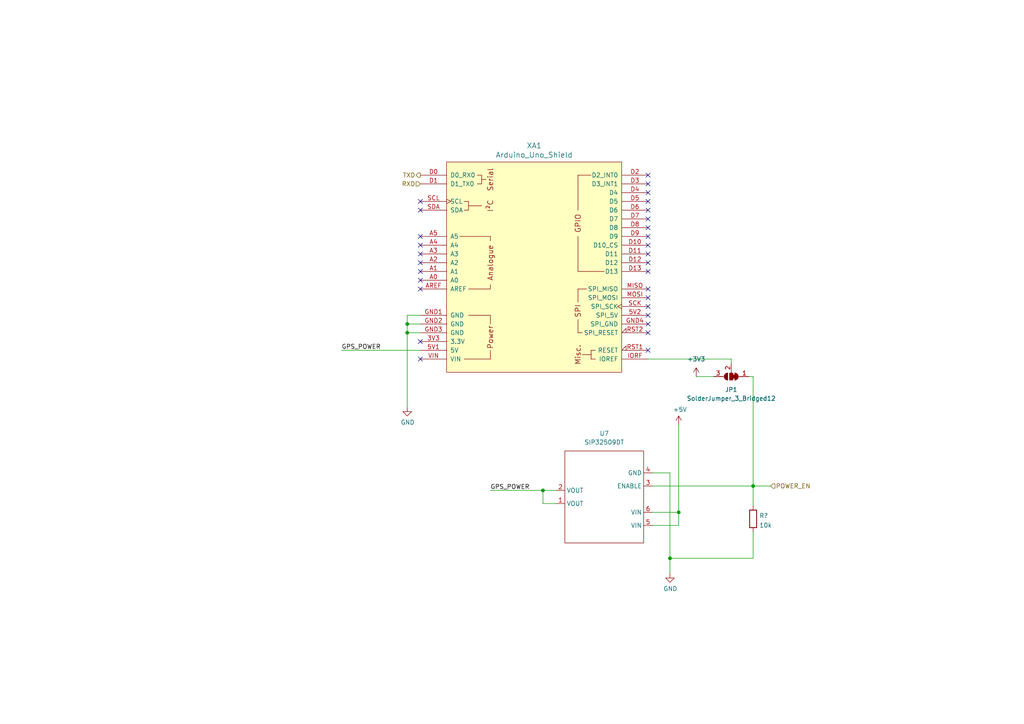
<source format=kicad_sch>
(kicad_sch (version 20211123) (generator eeschema)

  (uuid 2cd3975a-2259-4fa9-8133-e1586b9b9618)

  (paper "A4")

  (lib_symbols
    (symbol "Device:R" (pin_numbers hide) (pin_names (offset 0)) (in_bom yes) (on_board yes)
      (property "Reference" "R" (id 0) (at 2.032 0 90)
        (effects (font (size 1.27 1.27)))
      )
      (property "Value" "R" (id 1) (at 0 0 90)
        (effects (font (size 1.27 1.27)))
      )
      (property "Footprint" "" (id 2) (at -1.778 0 90)
        (effects (font (size 1.27 1.27)) hide)
      )
      (property "Datasheet" "~" (id 3) (at 0 0 0)
        (effects (font (size 1.27 1.27)) hide)
      )
      (property "ki_keywords" "R res resistor" (id 4) (at 0 0 0)
        (effects (font (size 1.27 1.27)) hide)
      )
      (property "ki_description" "Resistor" (id 5) (at 0 0 0)
        (effects (font (size 1.27 1.27)) hide)
      )
      (property "ki_fp_filters" "R_*" (id 6) (at 0 0 0)
        (effects (font (size 1.27 1.27)) hide)
      )
      (symbol "R_0_1"
        (rectangle (start -1.016 -2.54) (end 1.016 2.54)
          (stroke (width 0.254) (type default) (color 0 0 0 0))
          (fill (type none))
        )
      )
      (symbol "R_1_1"
        (pin passive line (at 0 3.81 270) (length 1.27)
          (name "~" (effects (font (size 1.27 1.27))))
          (number "1" (effects (font (size 1.27 1.27))))
        )
        (pin passive line (at 0 -3.81 90) (length 1.27)
          (name "~" (effects (font (size 1.27 1.27))))
          (number "2" (effects (font (size 1.27 1.27))))
        )
      )
    )
    (symbol "Jumper:SolderJumper_3_Bridged12" (pin_names (offset 0) hide) (in_bom yes) (on_board yes)
      (property "Reference" "JP" (id 0) (at -2.54 -2.54 0)
        (effects (font (size 1.27 1.27)))
      )
      (property "Value" "SolderJumper_3_Bridged12" (id 1) (at 0 2.794 0)
        (effects (font (size 1.27 1.27)))
      )
      (property "Footprint" "" (id 2) (at 0 0 0)
        (effects (font (size 1.27 1.27)) hide)
      )
      (property "Datasheet" "~" (id 3) (at 0 0 0)
        (effects (font (size 1.27 1.27)) hide)
      )
      (property "ki_keywords" "Solder Jumper SPDT" (id 4) (at 0 0 0)
        (effects (font (size 1.27 1.27)) hide)
      )
      (property "ki_description" "3-pole Solder Jumper, pins 1+2 closed/bridged" (id 5) (at 0 0 0)
        (effects (font (size 1.27 1.27)) hide)
      )
      (property "ki_fp_filters" "SolderJumper*Bridged12*" (id 6) (at 0 0 0)
        (effects (font (size 1.27 1.27)) hide)
      )
      (symbol "SolderJumper_3_Bridged12_0_1"
        (rectangle (start -1.016 0.508) (end -0.508 -0.508)
          (stroke (width 0) (type default) (color 0 0 0 0))
          (fill (type outline))
        )
        (arc (start -1.016 1.016) (mid -2.032 0) (end -1.016 -1.016)
          (stroke (width 0) (type default) (color 0 0 0 0))
          (fill (type none))
        )
        (arc (start -1.016 1.016) (mid -2.032 0) (end -1.016 -1.016)
          (stroke (width 0) (type default) (color 0 0 0 0))
          (fill (type outline))
        )
        (rectangle (start -0.508 1.016) (end 0.508 -1.016)
          (stroke (width 0) (type default) (color 0 0 0 0))
          (fill (type outline))
        )
        (polyline
          (pts
            (xy -2.54 0)
            (xy -2.032 0)
          )
          (stroke (width 0) (type default) (color 0 0 0 0))
          (fill (type none))
        )
        (polyline
          (pts
            (xy -1.016 1.016)
            (xy -1.016 -1.016)
          )
          (stroke (width 0) (type default) (color 0 0 0 0))
          (fill (type none))
        )
        (polyline
          (pts
            (xy 0 -1.27)
            (xy 0 -1.016)
          )
          (stroke (width 0) (type default) (color 0 0 0 0))
          (fill (type none))
        )
        (polyline
          (pts
            (xy 1.016 1.016)
            (xy 1.016 -1.016)
          )
          (stroke (width 0) (type default) (color 0 0 0 0))
          (fill (type none))
        )
        (polyline
          (pts
            (xy 2.54 0)
            (xy 2.032 0)
          )
          (stroke (width 0) (type default) (color 0 0 0 0))
          (fill (type none))
        )
        (arc (start 1.016 -1.016) (mid 2.032 0) (end 1.016 1.016)
          (stroke (width 0) (type default) (color 0 0 0 0))
          (fill (type none))
        )
        (arc (start 1.016 -1.016) (mid 2.032 0) (end 1.016 1.016)
          (stroke (width 0) (type default) (color 0 0 0 0))
          (fill (type outline))
        )
      )
      (symbol "SolderJumper_3_Bridged12_1_1"
        (pin passive line (at -5.08 0 0) (length 2.54)
          (name "A" (effects (font (size 1.27 1.27))))
          (number "1" (effects (font (size 1.27 1.27))))
        )
        (pin input line (at 0 -3.81 90) (length 2.54)
          (name "C" (effects (font (size 1.27 1.27))))
          (number "2" (effects (font (size 1.27 1.27))))
        )
        (pin passive line (at 5.08 0 180) (length 2.54)
          (name "B" (effects (font (size 1.27 1.27))))
          (number "3" (effects (font (size 1.27 1.27))))
        )
      )
    )
    (symbol "OpenMowerMainboardLib:SIP32509DT" (in_bom yes) (on_board yes)
      (property "Reference" "U" (id 0) (at 0 0 0)
        (effects (font (size 1.27 1.27)))
      )
      (property "Value" "SIP32509DT" (id 1) (at 0 0 0)
        (effects (font (size 1.27 1.27)))
      )
      (property "Footprint" "" (id 2) (at 0 0 0)
        (effects (font (size 1.27 1.27)) hide)
      )
      (property "Datasheet" "" (id 3) (at 0 0 0)
        (effects (font (size 1.27 1.27)) hide)
      )
      (symbol "SIP32509DT_0_1"
        (rectangle (start -22.86 40.64) (end 0 13.97)
          (stroke (width 0) (type default) (color 0 0 0 0))
          (fill (type none))
        )
      )
      (symbol "SIP32509DT_1_1"
        (pin power_out line (at 2.54 29.21 180) (length 2.54)
          (name "VOUT" (effects (font (size 1.27 1.27))))
          (number "1" (effects (font (size 1.27 1.27))))
        )
        (pin power_out line (at 2.54 25.4 180) (length 2.54)
          (name "VOUT" (effects (font (size 1.27 1.27))))
          (number "2" (effects (font (size 1.27 1.27))))
        )
        (pin input line (at -25.4 24.13 0) (length 2.54)
          (name "ENABLE" (effects (font (size 1.27 1.27))))
          (number "3" (effects (font (size 1.27 1.27))))
        )
        (pin input line (at -25.4 20.32 0) (length 2.54)
          (name "GND" (effects (font (size 1.27 1.27))))
          (number "4" (effects (font (size 1.27 1.27))))
        )
        (pin power_in line (at -25.4 35.56 0) (length 2.54)
          (name "VIN" (effects (font (size 1.27 1.27))))
          (number "5" (effects (font (size 1.27 1.27))))
        )
        (pin power_in line (at -25.4 31.75 0) (length 2.54)
          (name "VIN" (effects (font (size 1.27 1.27))))
          (number "6" (effects (font (size 1.27 1.27))))
        )
      )
    )
    (symbol "arduino:Arduino_Uno_Shield" (pin_names (offset 1.016)) (in_bom yes) (on_board yes)
      (property "Reference" "XA" (id 0) (at 2.54 0 90)
        (effects (font (size 1.524 1.524)))
      )
      (property "Value" "Arduino_Uno_Shield" (id 1) (at -2.54 0 90)
        (effects (font (size 1.524 1.524)))
      )
      (property "Footprint" "" (id 2) (at 45.72 95.25 0)
        (effects (font (size 1.524 1.524)) hide)
      )
      (property "Datasheet" "" (id 3) (at 45.72 95.25 0)
        (effects (font (size 1.524 1.524)) hide)
      )
      (property "ki_fp_filters" "Arduino_Uno_Shield" (id 4) (at 0 0 0)
        (effects (font (size 1.27 1.27)) hide)
      )
      (symbol "Arduino_Uno_Shield_0_0"
        (rectangle (start -25.4 30.48) (end 25.4 -30.48)
          (stroke (width 0) (type default) (color 0 0 0 0))
          (fill (type background))
        )
        (rectangle (start -20.32 -26.67) (end -12.7 -26.67)
          (stroke (width 0) (type default) (color 0 0 0 0))
          (fill (type none))
        )
        (rectangle (start -19.05 -13.97) (end -12.7 -13.97)
          (stroke (width 0) (type default) (color 0 0 0 0))
          (fill (type none))
        )
        (polyline
          (pts
            (xy -19.05 17.78)
            (xy -15.24 17.78)
          )
          (stroke (width 0) (type default) (color 0 0 0 0))
          (fill (type none))
        )
        (polyline
          (pts
            (xy -15.24 25.4)
            (xy -13.97 25.4)
          )
          (stroke (width 0) (type default) (color 0 0 0 0))
          (fill (type none))
        )
        (polyline
          (pts
            (xy -12.7 -26.67)
            (xy -12.7 -24.13)
          )
          (stroke (width 0) (type default) (color 0 0 0 0))
          (fill (type none))
        )
        (polyline
          (pts
            (xy -12.7 -15.24)
            (xy -12.7 -16.51)
          )
          (stroke (width 0) (type default) (color 0 0 0 0))
          (fill (type none))
        )
        (polyline
          (pts
            (xy -12.7 -13.97)
            (xy -12.7 -15.24)
          )
          (stroke (width 0) (type default) (color 0 0 0 0))
          (fill (type none))
        )
        (polyline
          (pts
            (xy -12.7 -5.08)
            (xy -12.7 -6.35)
            (xy -19.05 -6.35)
          )
          (stroke (width 0) (type default) (color 0 0 0 0))
          (fill (type none))
        )
        (polyline
          (pts
            (xy -12.7 7.62)
            (xy -12.7 8.89)
            (xy -21.59 8.89)
          )
          (stroke (width 0) (type default) (color 0 0 0 0))
          (fill (type none))
        )
        (polyline
          (pts
            (xy 12.7 8.89)
            (xy 12.7 -1.27)
            (xy 20.32 -1.27)
          )
          (stroke (width 0) (type default) (color 0 0 0 0))
          (fill (type none))
        )
        (polyline
          (pts
            (xy 12.7 16.51)
            (xy 12.7 26.67)
            (xy 16.51 26.67)
          )
          (stroke (width 0) (type default) (color 0 0 0 0))
          (fill (type none))
        )
        (polyline
          (pts
            (xy -20.32 19.05)
            (xy -19.05 19.05)
            (xy -19.05 16.51)
            (xy -20.32 16.51)
          )
          (stroke (width 0) (type default) (color 0 0 0 0))
          (fill (type none))
        )
        (polyline
          (pts
            (xy -16.51 26.67)
            (xy -15.24 26.67)
            (xy -15.24 24.13)
            (xy -16.51 24.13)
          )
          (stroke (width 0) (type default) (color 0 0 0 0))
          (fill (type none))
        )
        (rectangle (start 12.7 -19.05) (end 12.7 -15.24)
          (stroke (width 0) (type default) (color 0 0 0 0))
          (fill (type none))
        )
        (rectangle (start 12.7 -10.16) (end 12.7 -6.35)
          (stroke (width 0) (type default) (color 0 0 0 0))
          (fill (type none))
        )
        (rectangle (start 13.97 -19.05) (end 12.7 -19.05)
          (stroke (width 0) (type default) (color 0 0 0 0))
          (fill (type none))
        )
        (rectangle (start 15.24 -6.35) (end 12.7 -6.35)
          (stroke (width 0) (type default) (color 0 0 0 0))
          (fill (type none))
        )
        (rectangle (start 16.51 -25.4) (end 13.97 -25.4)
          (stroke (width 0) (type default) (color 0 0 0 0))
          (fill (type none))
        )
        (rectangle (start 16.51 -24.13) (end 16.51 -26.67)
          (stroke (width 0) (type default) (color 0 0 0 0))
          (fill (type none))
        )
        (rectangle (start 17.78 -26.67) (end 16.51 -26.67)
          (stroke (width 0) (type default) (color 0 0 0 0))
          (fill (type none))
        )
        (rectangle (start 17.78 -24.13) (end 16.51 -24.13)
          (stroke (width 0) (type default) (color 0 0 0 0))
          (fill (type none))
        )
        (text "Analogue" (at -12.7 1.27 900)
          (effects (font (size 1.524 1.524)))
        )
        (text "I²C" (at -12.7 17.78 900)
          (effects (font (size 1.524 1.524)))
        )
        (text "Misc." (at 12.7 -25.4 900)
          (effects (font (size 1.524 1.524)))
        )
        (text "Power" (at -12.7 -20.32 900)
          (effects (font (size 1.524 1.524)))
        )
        (text "Serial" (at -12.7 25.4 900)
          (effects (font (size 1.524 1.524)))
        )
        (text "SPI" (at 12.7 -12.7 900)
          (effects (font (size 1.524 1.524)))
        )
      )
      (symbol "Arduino_Uno_Shield_1_0"
        (text "GPIO" (at 12.7 12.7 900)
          (effects (font (size 1.524 1.524)))
        )
      )
      (symbol "Arduino_Uno_Shield_1_1"
        (pin power_in line (at -33.02 -21.59 0) (length 7.62)
          (name "3.3V" (effects (font (size 1.27 1.27))))
          (number "3V3" (effects (font (size 1.27 1.27))))
        )
        (pin power_in line (at -33.02 -24.13 0) (length 7.62)
          (name "5V" (effects (font (size 1.27 1.27))))
          (number "5V1" (effects (font (size 1.27 1.27))))
        )
        (pin power_in line (at 33.02 -13.97 180) (length 7.62)
          (name "SPI_5V" (effects (font (size 1.27 1.27))))
          (number "5V2" (effects (font (size 1.27 1.27))))
        )
        (pin bidirectional line (at -33.02 -3.81 0) (length 7.62)
          (name "A0" (effects (font (size 1.27 1.27))))
          (number "A0" (effects (font (size 1.27 1.27))))
        )
        (pin bidirectional line (at -33.02 -1.27 0) (length 7.62)
          (name "A1" (effects (font (size 1.27 1.27))))
          (number "A1" (effects (font (size 1.27 1.27))))
        )
        (pin bidirectional line (at -33.02 1.27 0) (length 7.62)
          (name "A2" (effects (font (size 1.27 1.27))))
          (number "A2" (effects (font (size 1.27 1.27))))
        )
        (pin bidirectional line (at -33.02 3.81 0) (length 7.62)
          (name "A3" (effects (font (size 1.27 1.27))))
          (number "A3" (effects (font (size 1.27 1.27))))
        )
        (pin bidirectional line (at -33.02 6.35 0) (length 7.62)
          (name "A4" (effects (font (size 1.27 1.27))))
          (number "A4" (effects (font (size 1.27 1.27))))
        )
        (pin bidirectional line (at -33.02 8.89 0) (length 7.62)
          (name "A5" (effects (font (size 1.27 1.27))))
          (number "A5" (effects (font (size 1.27 1.27))))
        )
        (pin input line (at -33.02 -6.35 0) (length 7.62)
          (name "AREF" (effects (font (size 1.27 1.27))))
          (number "AREF" (effects (font (size 1.27 1.27))))
        )
        (pin bidirectional line (at -33.02 26.67 0) (length 7.62)
          (name "D0_RX0" (effects (font (size 1.27 1.27))))
          (number "D0" (effects (font (size 1.27 1.27))))
        )
        (pin bidirectional line (at -33.02 24.13 0) (length 7.62)
          (name "D1_TX0" (effects (font (size 1.27 1.27))))
          (number "D1" (effects (font (size 1.27 1.27))))
        )
        (pin bidirectional line (at 33.02 6.35 180) (length 7.62)
          (name "D10_CS" (effects (font (size 1.27 1.27))))
          (number "D10" (effects (font (size 1.27 1.27))))
        )
        (pin bidirectional line (at 33.02 3.81 180) (length 7.62)
          (name "D11" (effects (font (size 1.27 1.27))))
          (number "D11" (effects (font (size 1.27 1.27))))
        )
        (pin bidirectional line (at 33.02 1.27 180) (length 7.62)
          (name "D12" (effects (font (size 1.27 1.27))))
          (number "D12" (effects (font (size 1.27 1.27))))
        )
        (pin bidirectional line (at 33.02 -1.27 180) (length 7.62)
          (name "D13" (effects (font (size 1.27 1.27))))
          (number "D13" (effects (font (size 1.27 1.27))))
        )
        (pin bidirectional line (at 33.02 26.67 180) (length 7.62)
          (name "D2_INT0" (effects (font (size 1.27 1.27))))
          (number "D2" (effects (font (size 1.27 1.27))))
        )
        (pin bidirectional line (at 33.02 24.13 180) (length 7.62)
          (name "D3_INT1" (effects (font (size 1.27 1.27))))
          (number "D3" (effects (font (size 1.27 1.27))))
        )
        (pin bidirectional line (at 33.02 21.59 180) (length 7.62)
          (name "D4" (effects (font (size 1.27 1.27))))
          (number "D4" (effects (font (size 1.27 1.27))))
        )
        (pin bidirectional line (at 33.02 19.05 180) (length 7.62)
          (name "D5" (effects (font (size 1.27 1.27))))
          (number "D5" (effects (font (size 1.27 1.27))))
        )
        (pin bidirectional line (at 33.02 16.51 180) (length 7.62)
          (name "D6" (effects (font (size 1.27 1.27))))
          (number "D6" (effects (font (size 1.27 1.27))))
        )
        (pin bidirectional line (at 33.02 13.97 180) (length 7.62)
          (name "D7" (effects (font (size 1.27 1.27))))
          (number "D7" (effects (font (size 1.27 1.27))))
        )
        (pin bidirectional line (at 33.02 11.43 180) (length 7.62)
          (name "D8" (effects (font (size 1.27 1.27))))
          (number "D8" (effects (font (size 1.27 1.27))))
        )
        (pin bidirectional line (at 33.02 8.89 180) (length 7.62)
          (name "D9" (effects (font (size 1.27 1.27))))
          (number "D9" (effects (font (size 1.27 1.27))))
        )
        (pin power_in line (at -33.02 -13.97 0) (length 7.62)
          (name "GND" (effects (font (size 1.27 1.27))))
          (number "GND1" (effects (font (size 1.27 1.27))))
        )
        (pin power_in line (at -33.02 -16.51 0) (length 7.62)
          (name "GND" (effects (font (size 1.27 1.27))))
          (number "GND2" (effects (font (size 1.27 1.27))))
        )
        (pin power_in line (at -33.02 -19.05 0) (length 7.62)
          (name "GND" (effects (font (size 1.27 1.27))))
          (number "GND3" (effects (font (size 1.27 1.27))))
        )
        (pin power_in line (at 33.02 -16.51 180) (length 7.62)
          (name "SPI_GND" (effects (font (size 1.27 1.27))))
          (number "GND4" (effects (font (size 1.27 1.27))))
        )
        (pin output line (at 33.02 -26.67 180) (length 7.62)
          (name "IOREF" (effects (font (size 1.27 1.27))))
          (number "IORF" (effects (font (size 1.27 1.27))))
        )
        (pin input line (at 33.02 -6.35 180) (length 7.62)
          (name "SPI_MISO" (effects (font (size 1.27 1.27))))
          (number "MISO" (effects (font (size 1.27 1.27))))
        )
        (pin output line (at 33.02 -8.89 180) (length 7.62)
          (name "SPI_MOSI" (effects (font (size 1.27 1.27))))
          (number "MOSI" (effects (font (size 1.27 1.27))))
        )
        (pin open_collector input_low (at 33.02 -24.13 180) (length 7.62)
          (name "RESET" (effects (font (size 1.27 1.27))))
          (number "RST1" (effects (font (size 1.27 1.27))))
        )
        (pin open_collector input_low (at 33.02 -19.05 180) (length 7.62)
          (name "SPI_RESET" (effects (font (size 1.27 1.27))))
          (number "RST2" (effects (font (size 1.27 1.27))))
        )
        (pin output clock (at 33.02 -11.43 180) (length 7.62)
          (name "SPI_SCK" (effects (font (size 1.27 1.27))))
          (number "SCK" (effects (font (size 1.27 1.27))))
        )
        (pin bidirectional clock (at -33.02 19.05 0) (length 7.62)
          (name "SCL" (effects (font (size 1.27 1.27))))
          (number "SCL" (effects (font (size 1.27 1.27))))
        )
        (pin bidirectional line (at -33.02 16.51 0) (length 7.62)
          (name "SDA" (effects (font (size 1.27 1.27))))
          (number "SDA" (effects (font (size 1.27 1.27))))
        )
        (pin power_in line (at -33.02 -26.67 0) (length 7.62)
          (name "VIN" (effects (font (size 1.27 1.27))))
          (number "VIN" (effects (font (size 1.27 1.27))))
        )
      )
    )
    (symbol "power:+3.3V" (power) (pin_names (offset 0)) (in_bom yes) (on_board yes)
      (property "Reference" "#PWR" (id 0) (at 0 -3.81 0)
        (effects (font (size 1.27 1.27)) hide)
      )
      (property "Value" "+3.3V" (id 1) (at 0 3.556 0)
        (effects (font (size 1.27 1.27)))
      )
      (property "Footprint" "" (id 2) (at 0 0 0)
        (effects (font (size 1.27 1.27)) hide)
      )
      (property "Datasheet" "" (id 3) (at 0 0 0)
        (effects (font (size 1.27 1.27)) hide)
      )
      (property "ki_keywords" "power-flag" (id 4) (at 0 0 0)
        (effects (font (size 1.27 1.27)) hide)
      )
      (property "ki_description" "Power symbol creates a global label with name \"+3.3V\"" (id 5) (at 0 0 0)
        (effects (font (size 1.27 1.27)) hide)
      )
      (symbol "+3.3V_0_1"
        (polyline
          (pts
            (xy -0.762 1.27)
            (xy 0 2.54)
          )
          (stroke (width 0) (type default) (color 0 0 0 0))
          (fill (type none))
        )
        (polyline
          (pts
            (xy 0 0)
            (xy 0 2.54)
          )
          (stroke (width 0) (type default) (color 0 0 0 0))
          (fill (type none))
        )
        (polyline
          (pts
            (xy 0 2.54)
            (xy 0.762 1.27)
          )
          (stroke (width 0) (type default) (color 0 0 0 0))
          (fill (type none))
        )
      )
      (symbol "+3.3V_1_1"
        (pin power_in line (at 0 0 90) (length 0) hide
          (name "+3V3" (effects (font (size 1.27 1.27))))
          (number "1" (effects (font (size 1.27 1.27))))
        )
      )
    )
    (symbol "power:+5V" (power) (pin_names (offset 0)) (in_bom yes) (on_board yes)
      (property "Reference" "#PWR" (id 0) (at 0 -3.81 0)
        (effects (font (size 1.27 1.27)) hide)
      )
      (property "Value" "+5V" (id 1) (at 0 3.556 0)
        (effects (font (size 1.27 1.27)))
      )
      (property "Footprint" "" (id 2) (at 0 0 0)
        (effects (font (size 1.27 1.27)) hide)
      )
      (property "Datasheet" "" (id 3) (at 0 0 0)
        (effects (font (size 1.27 1.27)) hide)
      )
      (property "ki_keywords" "power-flag" (id 4) (at 0 0 0)
        (effects (font (size 1.27 1.27)) hide)
      )
      (property "ki_description" "Power symbol creates a global label with name \"+5V\"" (id 5) (at 0 0 0)
        (effects (font (size 1.27 1.27)) hide)
      )
      (symbol "+5V_0_1"
        (polyline
          (pts
            (xy -0.762 1.27)
            (xy 0 2.54)
          )
          (stroke (width 0) (type default) (color 0 0 0 0))
          (fill (type none))
        )
        (polyline
          (pts
            (xy 0 0)
            (xy 0 2.54)
          )
          (stroke (width 0) (type default) (color 0 0 0 0))
          (fill (type none))
        )
        (polyline
          (pts
            (xy 0 2.54)
            (xy 0.762 1.27)
          )
          (stroke (width 0) (type default) (color 0 0 0 0))
          (fill (type none))
        )
      )
      (symbol "+5V_1_1"
        (pin power_in line (at 0 0 90) (length 0) hide
          (name "+5V" (effects (font (size 1.27 1.27))))
          (number "1" (effects (font (size 1.27 1.27))))
        )
      )
    )
    (symbol "power:GND" (power) (pin_names (offset 0)) (in_bom yes) (on_board yes)
      (property "Reference" "#PWR" (id 0) (at 0 -6.35 0)
        (effects (font (size 1.27 1.27)) hide)
      )
      (property "Value" "GND" (id 1) (at 0 -3.81 0)
        (effects (font (size 1.27 1.27)))
      )
      (property "Footprint" "" (id 2) (at 0 0 0)
        (effects (font (size 1.27 1.27)) hide)
      )
      (property "Datasheet" "" (id 3) (at 0 0 0)
        (effects (font (size 1.27 1.27)) hide)
      )
      (property "ki_keywords" "power-flag" (id 4) (at 0 0 0)
        (effects (font (size 1.27 1.27)) hide)
      )
      (property "ki_description" "Power symbol creates a global label with name \"GND\" , ground" (id 5) (at 0 0 0)
        (effects (font (size 1.27 1.27)) hide)
      )
      (symbol "GND_0_1"
        (polyline
          (pts
            (xy 0 0)
            (xy 0 -1.27)
            (xy 1.27 -1.27)
            (xy 0 -2.54)
            (xy -1.27 -1.27)
            (xy 0 -1.27)
          )
          (stroke (width 0) (type default) (color 0 0 0 0))
          (fill (type none))
        )
      )
      (symbol "GND_1_1"
        (pin power_in line (at 0 0 270) (length 0) hide
          (name "GND" (effects (font (size 1.27 1.27))))
          (number "1" (effects (font (size 1.27 1.27))))
        )
      )
    )
  )

  (junction (at 157.48 142.24) (diameter 0) (color 0 0 0 0)
    (uuid 685c0694-c48c-409f-b9e1-da2e29cb1d94)
  )
  (junction (at 218.44 140.97) (diameter 0) (color 0 0 0 0)
    (uuid 8946d21e-7c08-441d-911f-f8a6d3420be7)
  )
  (junction (at 118.11 96.52) (diameter 0) (color 0 0 0 0)
    (uuid b8b15b51-8345-4a1d-8ecf-04fc15b9e450)
  )
  (junction (at 196.85 148.59) (diameter 0) (color 0 0 0 0)
    (uuid e10c2459-a75c-4eda-b39c-6ff4101b4e56)
  )
  (junction (at 118.11 93.98) (diameter 0) (color 0 0 0 0)
    (uuid eafb53d1-7486-4935-b154-2efbffbed6ca)
  )
  (junction (at 194.31 161.925) (diameter 0) (color 0 0 0 0)
    (uuid ef5a1cb8-c05c-4d68-a0b5-0ea9a073e0d0)
  )

  (no_connect (at 121.92 83.82) (uuid 308cb55e-95a7-46e2-89df-43a5fdb258cc))
  (no_connect (at 121.92 81.28) (uuid 308cb55e-95a7-46e2-89df-43a5fdb258cd))
  (no_connect (at 121.92 78.74) (uuid 308cb55e-95a7-46e2-89df-43a5fdb258ce))
  (no_connect (at 121.92 76.2) (uuid 308cb55e-95a7-46e2-89df-43a5fdb258cf))
  (no_connect (at 121.92 68.58) (uuid 308cb55e-95a7-46e2-89df-43a5fdb258d0))
  (no_connect (at 121.92 73.66) (uuid 308cb55e-95a7-46e2-89df-43a5fdb258d1))
  (no_connect (at 121.92 71.12) (uuid 308cb55e-95a7-46e2-89df-43a5fdb258d2))
  (no_connect (at 121.92 58.42) (uuid 308cb55e-95a7-46e2-89df-43a5fdb258d3))
  (no_connect (at 121.92 60.96) (uuid 308cb55e-95a7-46e2-89df-43a5fdb258d4))
  (no_connect (at 187.96 76.2) (uuid 308cb55e-95a7-46e2-89df-43a5fdb258d5))
  (no_connect (at 187.96 78.74) (uuid 308cb55e-95a7-46e2-89df-43a5fdb258d6))
  (no_connect (at 187.96 83.82) (uuid 308cb55e-95a7-46e2-89df-43a5fdb258d7))
  (no_connect (at 187.96 86.36) (uuid 308cb55e-95a7-46e2-89df-43a5fdb258d8))
  (no_connect (at 187.96 88.9) (uuid 308cb55e-95a7-46e2-89df-43a5fdb258d9))
  (no_connect (at 187.96 63.5) (uuid 308cb55e-95a7-46e2-89df-43a5fdb258da))
  (no_connect (at 187.96 66.04) (uuid 308cb55e-95a7-46e2-89df-43a5fdb258db))
  (no_connect (at 187.96 68.58) (uuid 308cb55e-95a7-46e2-89df-43a5fdb258dc))
  (no_connect (at 187.96 71.12) (uuid 308cb55e-95a7-46e2-89df-43a5fdb258dd))
  (no_connect (at 187.96 73.66) (uuid 308cb55e-95a7-46e2-89df-43a5fdb258de))
  (no_connect (at 187.96 50.8) (uuid 308cb55e-95a7-46e2-89df-43a5fdb258df))
  (no_connect (at 187.96 53.34) (uuid 308cb55e-95a7-46e2-89df-43a5fdb258e0))
  (no_connect (at 187.96 55.88) (uuid 308cb55e-95a7-46e2-89df-43a5fdb258e1))
  (no_connect (at 187.96 58.42) (uuid 308cb55e-95a7-46e2-89df-43a5fdb258e2))
  (no_connect (at 187.96 60.96) (uuid 308cb55e-95a7-46e2-89df-43a5fdb258e3))
  (no_connect (at 187.96 101.6) (uuid 308cb55e-95a7-46e2-89df-43a5fdb258e4))
  (no_connect (at 187.96 96.52) (uuid 308cb55e-95a7-46e2-89df-43a5fdb258e5))
  (no_connect (at 187.96 93.98) (uuid 308cb55e-95a7-46e2-89df-43a5fdb258e6))
  (no_connect (at 187.96 91.44) (uuid 308cb55e-95a7-46e2-89df-43a5fdb258e7))
  (no_connect (at 121.92 99.06) (uuid b652d8e8-4f9a-4db4-b00b-80a04a5eea9d))
  (no_connect (at 121.92 104.14) (uuid b652d8e8-4f9a-4db4-b00b-80a04a5eea9e))

  (wire (pts (xy 121.92 96.52) (xy 118.11 96.52))
    (stroke (width 0) (type default) (color 0 0 0 0))
    (uuid 004b7456-c25a-480f-88f6-723c1bcd9939)
  )
  (wire (pts (xy 157.48 142.24) (xy 157.48 146.05))
    (stroke (width 0) (type default) (color 0 0 0 0))
    (uuid 030b133a-490a-4b87-89fa-66c6b58430e6)
  )
  (wire (pts (xy 218.44 109.22) (xy 218.44 140.97))
    (stroke (width 0) (type default) (color 0 0 0 0))
    (uuid 12695972-1454-411e-8142-60360b524405)
  )
  (wire (pts (xy 196.85 152.4) (xy 196.85 148.59))
    (stroke (width 0) (type default) (color 0 0 0 0))
    (uuid 13915a2b-3a49-40df-bd7c-34faf1297ade)
  )
  (wire (pts (xy 218.44 109.22) (xy 217.17 109.22))
    (stroke (width 0) (type default) (color 0 0 0 0))
    (uuid 14b844ca-b671-4637-8da3-127e95d82cdb)
  )
  (wire (pts (xy 218.44 140.97) (xy 218.44 146.685))
    (stroke (width 0) (type default) (color 0 0 0 0))
    (uuid 1a7201c2-bdfe-4bae-bf45-94fb744a19ca)
  )
  (wire (pts (xy 201.93 109.22) (xy 207.01 109.22))
    (stroke (width 0) (type default) (color 0 0 0 0))
    (uuid 1c8e7541-9e3b-45f6-9da0-aa7c4e86a3bc)
  )
  (wire (pts (xy 218.44 154.305) (xy 218.44 161.925))
    (stroke (width 0) (type default) (color 0 0 0 0))
    (uuid 280f7140-fbb3-44c0-85e3-246f3716966a)
  )
  (wire (pts (xy 189.23 140.97) (xy 218.44 140.97))
    (stroke (width 0) (type default) (color 0 0 0 0))
    (uuid 2a749469-b696-4463-b59b-fb5291ef125c)
  )
  (wire (pts (xy 218.44 140.97) (xy 223.52 140.97))
    (stroke (width 0) (type default) (color 0 0 0 0))
    (uuid 2ac9bef3-8360-4866-be98-4b16e4a81106)
  )
  (wire (pts (xy 218.44 161.925) (xy 194.31 161.925))
    (stroke (width 0) (type default) (color 0 0 0 0))
    (uuid 3144a465-ca88-49dd-8ce7-141019f7f143)
  )
  (wire (pts (xy 118.11 91.44) (xy 118.11 93.98))
    (stroke (width 0) (type default) (color 0 0 0 0))
    (uuid 3b6dda98-f455-4961-854e-3c4cceecffcc)
  )
  (wire (pts (xy 121.92 93.98) (xy 118.11 93.98))
    (stroke (width 0) (type default) (color 0 0 0 0))
    (uuid 42f10020-b50a-4739-a546-6b63e441c980)
  )
  (wire (pts (xy 157.48 146.05) (xy 161.29 146.05))
    (stroke (width 0) (type default) (color 0 0 0 0))
    (uuid 52fd6e61-194c-4b22-8c44-2279dcb0c2f7)
  )
  (wire (pts (xy 157.48 142.24) (xy 161.29 142.24))
    (stroke (width 0) (type default) (color 0 0 0 0))
    (uuid 65f0d96e-065d-480a-a525-df42800bfad7)
  )
  (wire (pts (xy 99.06 101.6) (xy 121.92 101.6))
    (stroke (width 0) (type default) (color 0 0 0 0))
    (uuid 6e9883d7-9642-4425-a248-b92a09f0624c)
  )
  (wire (pts (xy 118.11 96.52) (xy 118.11 118.11))
    (stroke (width 0) (type default) (color 0 0 0 0))
    (uuid 832b5a8c-7fe2-47ff-beee-cebf840750bb)
  )
  (wire (pts (xy 142.24 142.24) (xy 157.48 142.24))
    (stroke (width 0) (type default) (color 0 0 0 0))
    (uuid a0b7788d-041d-41a6-8c60-df9897345e9c)
  )
  (wire (pts (xy 212.09 104.14) (xy 212.09 105.41))
    (stroke (width 0) (type default) (color 0 0 0 0))
    (uuid ae22c3e4-73d0-47dc-b18d-15aa1a99e9db)
  )
  (wire (pts (xy 121.92 91.44) (xy 118.11 91.44))
    (stroke (width 0) (type default) (color 0 0 0 0))
    (uuid af6ac8e6-193c-4bd2-ac0b-7f515b538a8b)
  )
  (wire (pts (xy 189.23 152.4) (xy 196.85 152.4))
    (stroke (width 0) (type default) (color 0 0 0 0))
    (uuid afa53507-6bf3-4925-8e4d-5a9c980ce781)
  )
  (wire (pts (xy 118.11 93.98) (xy 118.11 96.52))
    (stroke (width 0) (type default) (color 0 0 0 0))
    (uuid b55dabdc-b790-4740-9349-75159cff975a)
  )
  (wire (pts (xy 196.85 123.19) (xy 196.85 148.59))
    (stroke (width 0) (type default) (color 0 0 0 0))
    (uuid e4f79ca8-d63c-4821-aec9-e6ce83fece03)
  )
  (wire (pts (xy 194.31 137.16) (xy 194.31 161.925))
    (stroke (width 0) (type default) (color 0 0 0 0))
    (uuid e54090a7-17e5-4b65-b12b-a5578a46c635)
  )
  (wire (pts (xy 189.23 148.59) (xy 196.85 148.59))
    (stroke (width 0) (type default) (color 0 0 0 0))
    (uuid e66d98d6-e509-471c-a219-c980e6f6376f)
  )
  (wire (pts (xy 189.23 137.16) (xy 194.31 137.16))
    (stroke (width 0) (type default) (color 0 0 0 0))
    (uuid e9018fdc-0c1e-49ea-a8c5-386be664045c)
  )
  (wire (pts (xy 187.96 104.14) (xy 212.09 104.14))
    (stroke (width 0) (type default) (color 0 0 0 0))
    (uuid f34bd975-248c-4880-826a-51cd0091b014)
  )
  (wire (pts (xy 194.31 161.925) (xy 194.31 166.37))
    (stroke (width 0) (type default) (color 0 0 0 0))
    (uuid f38e77f6-06b8-40ee-8b36-3805587c2da2)
  )

  (label "GPS_POWER" (at 99.06 101.6 0)
    (effects (font (size 1.27 1.27)) (justify left bottom))
    (uuid 0e22ab5d-776d-432c-aba2-ef98f4ab60c9)
  )
  (label "GPS_POWER" (at 142.24 142.24 0)
    (effects (font (size 1.27 1.27)) (justify left bottom))
    (uuid 82885d3f-4e64-4b33-9401-dd7493dbe518)
  )

  (hierarchical_label "TXD" (shape output) (at 121.92 50.8 180)
    (effects (font (size 1.27 1.27)) (justify right))
    (uuid 8765371a-21c2-4fe3-a3af-88f5eb1f02a0)
  )
  (hierarchical_label "POWER_EN" (shape input) (at 223.52 140.97 0)
    (effects (font (size 1.27 1.27)) (justify left))
    (uuid aa45525f-8965-4103-ba53-015620db15c1)
  )
  (hierarchical_label "RXD" (shape input) (at 121.92 53.34 180)
    (effects (font (size 1.27 1.27)) (justify right))
    (uuid ed952427-2217-4500-9bbc-0c2746b198ad)
  )

  (symbol (lib_id "power:GND") (at 118.11 118.11 0) (unit 1)
    (in_bom yes) (on_board yes)
    (uuid 00000000-0000-0000-0000-0000610913ae)
    (property "Reference" "#PWR0109" (id 0) (at 118.11 124.46 0)
      (effects (font (size 1.27 1.27)) hide)
    )
    (property "Value" "GND" (id 1) (at 118.237 122.5042 0))
    (property "Footprint" "" (id 2) (at 118.11 118.11 0)
      (effects (font (size 1.27 1.27)) hide)
    )
    (property "Datasheet" "" (id 3) (at 118.11 118.11 0)
      (effects (font (size 1.27 1.27)) hide)
    )
    (pin "1" (uuid 1a1e8f6a-d2ac-447c-8fa6-2bc682b8bcdc))
  )

  (symbol (lib_id "arduino:Arduino_Uno_Shield") (at 154.94 77.47 0) (unit 1)
    (in_bom yes) (on_board yes)
    (uuid 00000000-0000-0000-0000-00006109e04c)
    (property "Reference" "XA1" (id 0) (at 154.94 42.2402 0)
      (effects (font (size 1.524 1.524)))
    )
    (property "Value" "Arduino_Uno_Shield" (id 1) (at 154.94 44.9326 0)
      (effects (font (size 1.524 1.524)))
    )
    (property "Footprint" "Arduino:Arduino_Uno_Shield" (id 2) (at 200.66 -17.78 0)
      (effects (font (size 1.524 1.524)) hide)
    )
    (property "Datasheet" "" (id 3) (at 200.66 -17.78 0)
      (effects (font (size 1.524 1.524)) hide)
    )
    (pin "3V3" (uuid c0d3d809-5bf2-4dd3-92dc-571dd8559dfe))
    (pin "5V1" (uuid 8f4db84f-8648-4055-914d-a3395163e1d3))
    (pin "5V2" (uuid 2c499e72-981f-409b-8f5f-a59ae6d92694))
    (pin "A0" (uuid a8eec9a6-5455-454a-8104-384cf0571e04))
    (pin "A1" (uuid 6c193ed4-0e37-4ad8-8f39-b859572c73f0))
    (pin "A2" (uuid 84cd7cc2-526f-4e1f-9e0c-7501097cd33f))
    (pin "A3" (uuid bc1102bf-a5bb-4e8c-9e56-62c43574a855))
    (pin "A4" (uuid bbd08479-7fdb-42bc-902a-26068d3c902d))
    (pin "A5" (uuid 5f22646e-7eda-4a73-be2e-9682646c6ba5))
    (pin "AREF" (uuid a60ae066-97ff-47a0-9fba-29cc0372063e))
    (pin "D0" (uuid be4da6d9-4983-4443-afd9-13d699e6289a))
    (pin "D1" (uuid 1e316721-e42d-4c77-8f1f-8be0b59e37c5))
    (pin "D10" (uuid 988b9a94-7f93-47c6-a5a7-650cf9581de7))
    (pin "D11" (uuid b70f5721-7ebc-4292-bb6b-4704dec6f614))
    (pin "D12" (uuid 58523e5d-3c09-4a22-b419-dbdb7c5e012e))
    (pin "D13" (uuid 2014a878-483b-4727-a837-c6a714dcd718))
    (pin "D2" (uuid ec343e0c-f52c-472d-9107-8c0c6ed182da))
    (pin "D3" (uuid 96f76db8-2aa6-4bae-8c80-5d51cc71443f))
    (pin "D4" (uuid abd0ae4c-3d25-4333-a82f-a1a4c9094019))
    (pin "D5" (uuid 48407609-855b-4a8d-a6ab-593e088a6189))
    (pin "D6" (uuid eda0af0e-eb7a-4e4d-a71d-42f044008ac8))
    (pin "D7" (uuid cba373f1-fd49-4f0b-a5b4-c372090cc82d))
    (pin "D8" (uuid 80395be2-9dad-475f-9188-c20dc1164386))
    (pin "D9" (uuid 42c6b28f-8500-4b68-bbdf-32bd8be86f80))
    (pin "GND1" (uuid f4400a84-e131-4565-87f8-21512e77e8d4))
    (pin "GND2" (uuid 78e4ec1b-1fe2-4b83-af29-5ba56cc4e84a))
    (pin "GND3" (uuid 92268c52-d80e-48a4-b64b-f2871532b93c))
    (pin "GND4" (uuid 99eb0076-c40d-43c3-b91c-0c49a66cf31d))
    (pin "IORF" (uuid 5465952a-f402-41af-895c-d85a9133a50b))
    (pin "MISO" (uuid d260aa26-2816-437a-b99f-3aaea7e7c830))
    (pin "MOSI" (uuid c1e4c5eb-6ab3-48ba-9f9f-f0297e6a5b8b))
    (pin "RST1" (uuid 92b4f1dd-24b1-4c6f-b9e9-fea666f37c07))
    (pin "RST2" (uuid 501ae39c-7ede-4072-8308-9cfd08714749))
    (pin "SCK" (uuid b4987f54-d22e-4522-a6be-dffe8a033572))
    (pin "SCL" (uuid ef69e946-9bc5-4dec-9ff8-91bc7bd193b9))
    (pin "SDA" (uuid de907910-2623-4868-9dc3-437318de7e43))
    (pin "VIN" (uuid a76d7bbe-6af8-4d10-a9c4-3083d43f7f58))
  )

  (symbol (lib_id "Jumper:SolderJumper_3_Bridged12") (at 212.09 109.22 180) (unit 1)
    (in_bom yes) (on_board yes) (fields_autoplaced)
    (uuid 06715042-9807-4840-bc8e-1cf593cdbcdf)
    (property "Reference" "JP1" (id 0) (at 212.09 113.03 0))
    (property "Value" "SolderJumper_3_Bridged12" (id 1) (at 212.09 115.57 0))
    (property "Footprint" "Jumper:SolderJumper-3_P1.3mm_Bridged12_Pad1.0x1.5mm" (id 2) (at 212.09 109.22 0)
      (effects (font (size 1.27 1.27)) hide)
    )
    (property "Datasheet" "~" (id 3) (at 212.09 109.22 0)
      (effects (font (size 1.27 1.27)) hide)
    )
    (pin "1" (uuid 2c47e86e-4157-41ce-bf06-fe8d7b4f618a))
    (pin "2" (uuid 143e3cc4-f72c-4e37-8452-7366f0a883d2))
    (pin "3" (uuid b667b79e-a41b-452d-960f-0b0ce4f70a2d))
  )

  (symbol (lib_id "Device:R") (at 218.44 150.495 180) (unit 1)
    (in_bom yes) (on_board yes) (fields_autoplaced)
    (uuid 1e0378df-4eb5-4433-998b-5f346ec4a88e)
    (property "Reference" "R?" (id 0) (at 220.218 149.5865 0)
      (effects (font (size 1.27 1.27)) (justify right))
    )
    (property "Value" "10k" (id 1) (at 220.218 152.3616 0)
      (effects (font (size 1.27 1.27)) (justify right))
    )
    (property "Footprint" "Resistor_SMD:R_0805_2012Metric_Pad1.20x1.40mm_HandSolder" (id 2) (at 220.218 150.495 90)
      (effects (font (size 1.27 1.27)) hide)
    )
    (property "Datasheet" "~" (id 3) (at 218.44 150.495 0)
      (effects (font (size 1.27 1.27)) hide)
    )
    (pin "1" (uuid 0318ed22-d591-45a9-bf85-edebcdb22def))
    (pin "2" (uuid de0984dc-21c9-4991-9646-99e88af5ae8c))
  )

  (symbol (lib_id "power:+3.3V") (at 201.93 109.22 0) (unit 1)
    (in_bom yes) (on_board yes) (fields_autoplaced)
    (uuid 467845d0-e864-40d0-8d2c-d7ba4d85e554)
    (property "Reference" "#PWR0116" (id 0) (at 201.93 113.03 0)
      (effects (font (size 1.27 1.27)) hide)
    )
    (property "Value" "+3.3V" (id 1) (at 201.93 104.14 0))
    (property "Footprint" "" (id 2) (at 201.93 109.22 0)
      (effects (font (size 1.27 1.27)) hide)
    )
    (property "Datasheet" "" (id 3) (at 201.93 109.22 0)
      (effects (font (size 1.27 1.27)) hide)
    )
    (pin "1" (uuid c7ec9769-4fef-44cb-946c-62be59a54b29))
  )

  (symbol (lib_id "OpenMowerMainboardLib:SIP32509DT") (at 163.83 116.84 180) (unit 1)
    (in_bom yes) (on_board yes) (fields_autoplaced)
    (uuid 49352067-b04e-48e8-879b-35e17d6f8b6e)
    (property "Reference" "U7" (id 0) (at 175.26 125.73 0))
    (property "Value" "SIP32509DT" (id 1) (at 175.26 128.27 0))
    (property "Footprint" "Package_TO_SOT_SMD:SOT-23-6_Handsoldering" (id 2) (at 163.83 116.84 0)
      (effects (font (size 1.27 1.27)) hide)
    )
    (property "Datasheet" "" (id 3) (at 163.83 116.84 0)
      (effects (font (size 1.27 1.27)) hide)
    )
    (pin "1" (uuid c3a786e2-b05b-475c-803c-2f2233267609))
    (pin "2" (uuid 86bdc234-e7e2-438b-990c-cc9d1524672e))
    (pin "3" (uuid a160516d-511f-4b55-90e7-16d706552132))
    (pin "4" (uuid 68ec3b04-e2b7-4bd6-a6a5-46c668a8338c))
    (pin "5" (uuid ef682d61-195e-4c86-9c3e-27031c611bf8))
    (pin "6" (uuid 0204679a-40fa-4f0a-bb94-ba54565fb6a4))
  )

  (symbol (lib_id "power:+5V") (at 196.85 123.19 0) (unit 1)
    (in_bom yes) (on_board yes)
    (uuid 6ee16e40-2ec2-436c-891f-4f0111e8ba95)
    (property "Reference" "#PWR0134" (id 0) (at 196.85 127 0)
      (effects (font (size 1.27 1.27)) hide)
    )
    (property "Value" "+5V" (id 1) (at 197.231 118.7958 0))
    (property "Footprint" "" (id 2) (at 196.85 123.19 0)
      (effects (font (size 1.27 1.27)) hide)
    )
    (property "Datasheet" "" (id 3) (at 196.85 123.19 0)
      (effects (font (size 1.27 1.27)) hide)
    )
    (pin "1" (uuid c3d92efa-83e8-4046-af4a-ce6fe6729a30))
  )

  (symbol (lib_id "power:GND") (at 194.31 166.37 0) (unit 1)
    (in_bom yes) (on_board yes)
    (uuid 92bbd6c0-68c6-44d0-b1fd-ce254054ada1)
    (property "Reference" "#PWR0133" (id 0) (at 194.31 172.72 0)
      (effects (font (size 1.27 1.27)) hide)
    )
    (property "Value" "GND" (id 1) (at 194.437 170.7642 0))
    (property "Footprint" "" (id 2) (at 194.31 166.37 0)
      (effects (font (size 1.27 1.27)) hide)
    )
    (property "Datasheet" "" (id 3) (at 194.31 166.37 0)
      (effects (font (size 1.27 1.27)) hide)
    )
    (pin "1" (uuid 5ad3ec43-7811-4f78-84ed-b30385ba1203))
  )
)

</source>
